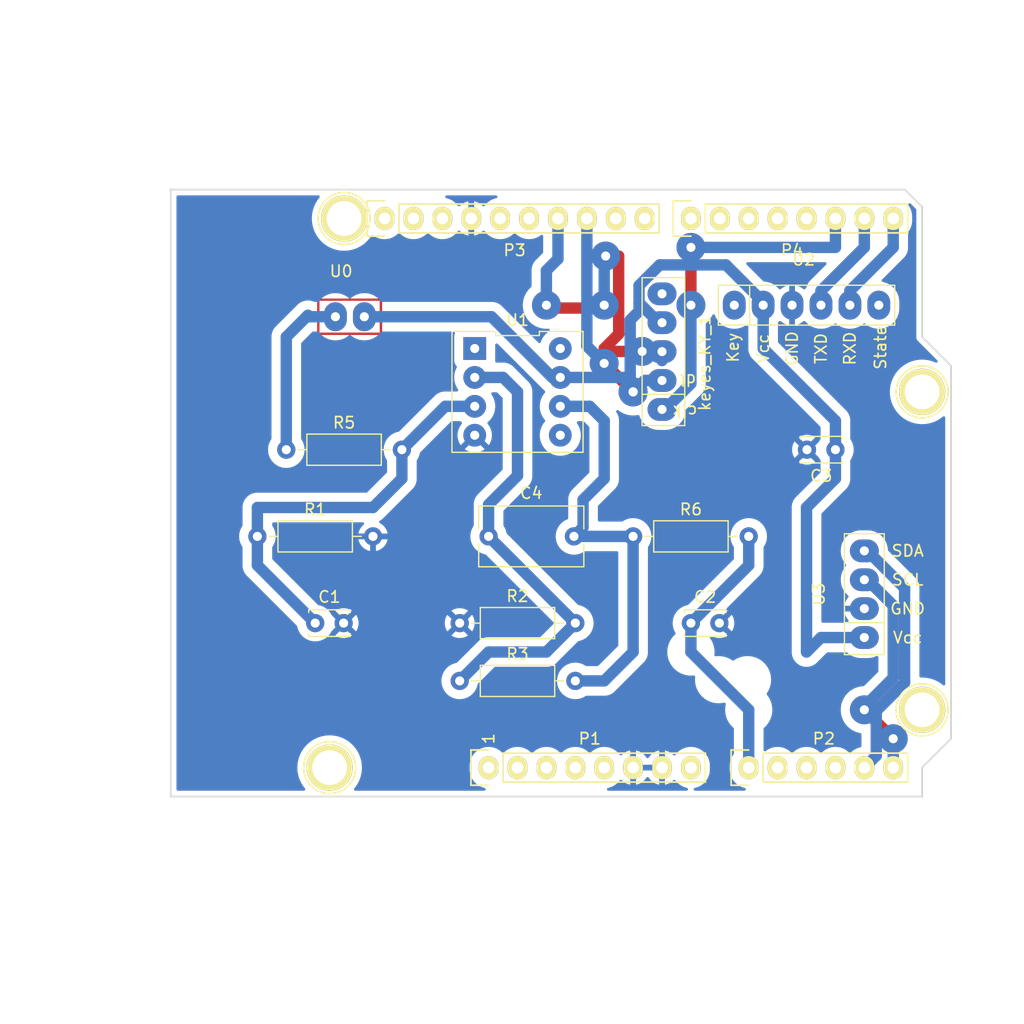
<source format=kicad_pcb>
(kicad_pcb (version 20211014) (generator pcbnew)
  (title_block (date "lun. 30 mars 2015"))
  (layers (0 "F.Cu" signal) (31 "B.Cu" signal) (34 "B.Paste" user) (35 "F.Paste" user) (36 "B.SilkS" user "B.Silkscreen") (37 "F.SilkS" user "F.Silkscreen") (38 "B.Mask" user) (39 "F.Mask" user) (44 "Edge.Cuts" user))
  (net 0 "")
  (net 1 "/IOREF")
  (net 2 "/Reset")
  (net 3 "+5V")
  (net 4 "GND")
  (net 5 "/Vin")
  (net 6 "IN+")
  (net 7 "/A1")
  (net 8 "/A2")
  (net 9 "/A3")
  (net 10 "/AREF")
  (net 11 "/A4(SDA)")
  (net 12 "/A5(SCL)")
  (net 13 "/9(**)")
  (net 14 "/8")
  (net 15 "/6(**)")
  (net 16 "/5(**)")
  (net 17 "/4")
  (net 18 "/3(**)")
  (net 19 "IN-")
  (net 20 "CLK")
  (net 21 "DT")
  (net 22 "SW")
  (net 25 "/13(SCK)")
  (net 28 "+3V3")
  (net 29 "/12(MISO)")
  (net 34 "SDA")
  (net 35 "ADC")
  (net 36 "SCL")
  (net 37 "/6")
  (net 38 "/7")
  (net 39 "TXD")
  (net 40 "RXD")
  (net 41 "capteur")
  (footprint "Socket_Arduino_Uno:Socket_Strip_Arduino_1x08" (layer "F.Cu") (at 138.938 123.825)
    (fp_text reference "P1" (at 8.89 -2.54) (layer "F.SilkS"))
    (fp_text value "Power")
    (fp_line (start 19.05 1.27) (end 19.05 -1.27) (layer "F.SilkS") (width 0.15))
    (fp_line (start 1.27 1.27) (end 19.05 1.27) (layer "F.SilkS") (width 0.15))
    (fp_line (start 19.05 -1.27) (end 1.27 -1.27) (layer "F.SilkS") (width 0.15))
    (fp_line (start 0 -1.55) (end -1.55 -1.55) (layer "F.SilkS") (width 0.15))
    (fp_line (start -1.55 -1.55) (end -1.55 1.55) (layer "F.SilkS") (width 0.15))
    (fp_line (start -1.55 1.55) (end 0 1.55) (layer "F.SilkS") (width 0.15))
    (fp_line (start 1.27 1.27) (end 1.27 -1.27) (layer "F.SilkS") (width 0.15))
    (pad "1" thru_hole oval locked (at 0 0) (size 1.7272 2.032) (drill 1.016) (layers *.Cu *.Mask "F.SilkS"))
    (pad "2" thru_hole oval locked (at 2.54 0) (size 1.7272 2.032) (drill 1.016) (layers *.Cu *.Mask "F.SilkS") (net 1 "/IOREF"))
    (pad "3" thru_hole oval locked (at 5.08 0) (size 1.7272 2.032) (drill 1.016) (layers *.Cu *.Mask "F.SilkS") (net 2 "/Reset"))
    (pad "4" thru_hole oval locked (at 7.62 0) (size 1.7272 2.032) (drill 1.016) (layers *.Cu *.Mask "F.SilkS") (net 28 "+3V3"))
    (pad "5" thru_hole oval locked (at 10.16 0) (size 1.7272 2.032) (drill 1.016) (layers *.Cu *.Mask "F.SilkS") (net 3 "+5V"))
    (pad "6" thru_hole oval locked (at 12.7 0) (size 1.7272 2.032) (drill 1.016) (layers *.Cu *.Mask "F.SilkS") (net 4 "GND"))
    (pad "7" thru_hole oval locked (at 15.24 0) (size 1.7272 2.032) (drill 1.016) (layers *.Cu *.Mask "F.SilkS") (net 4 "GND"))
    (pad "8" thru_hole oval locked (at 17.78 0) (size 1.7272 2.032) (drill 1.016) (layers *.Cu *.Mask "F.SilkS") (net 5 "/Vin"))
  )
  (footprint "Socket_Arduino_Uno:Socket_Strip_Arduino_1x06" (layer "F.Cu") (at 161.798 123.825)
    (fp_text reference "P2" (at 6.604 -2.54) (layer "F.SilkS"))
    (fp_text value "Analog")
    (fp_line (start 1.27 1.27) (end 1.27 -1.27) (layer "F.SilkS") (width 0.15))
    (fp_line (start 0 -1.55) (end -1.55 -1.55) (layer "F.SilkS") (width 0.15))
    (fp_line (start 13.97 -1.27) (end 1.27 -1.27) (layer "F.SilkS") (width 0.15))
    (fp_line (start 1.27 1.27) (end 13.97 1.27) (layer "F.SilkS") (width 0.15))
    (fp_line (start 13.97 1.27) (end 13.97 -1.27) (layer "F.SilkS") (width 0.15))
    (fp_line (start -1.55 -1.55) (end -1.55 1.55) (layer "F.SilkS") (width 0.15))
    (fp_line (start -1.55 1.55) (end 0 1.55) (layer "F.SilkS") (width 0.15))
    (pad "1" thru_hole oval locked (at 0 0) (size 1.7272 2.032) (drill 1.016) (layers *.Cu *.Mask "F.SilkS") (net 35 "ADC"))
    (pad "2" thru_hole oval locked (at 2.54 0) (size 1.7272 2.032) (drill 1.016) (layers *.Cu *.Mask "F.SilkS") (net 7 "/A1"))
    (pad "3" thru_hole oval locked (at 5.08 0) (size 1.7272 2.032) (drill 1.016) (layers *.Cu *.Mask "F.SilkS") (net 8 "/A2"))
    (pad "4" thru_hole oval locked (at 7.62 0) (size 1.7272 2.032) (drill 1.016) (layers *.Cu *.Mask "F.SilkS") (net 9 "/A3"))
    (pad "5" thru_hole oval locked (at 10.16 0) (size 1.7272 2.032) (drill 1.016) (layers *.Cu *.Mask "F.SilkS") (net 34 "SDA"))
    (pad "6" thru_hole oval locked (at 12.7 0) (size 1.7272 2.032) (drill 1.016) (layers *.Cu *.Mask "F.SilkS") (net 36 "SCL"))
  )
  (footprint "Socket_Arduino_Uno:Socket_Strip_Arduino_1x10" (layer "F.Cu") (at 129.794 75.565)
    (fp_text reference "P3" (at 11.43 2.794) (layer "F.SilkS"))
    (fp_text value "Digital")
    (fp_line (start -1.55 -1.55) (end -1.55 1.55) (layer "F.SilkS") (width 0.15))
    (fp_line (start 1.27 1.27) (end 24.13 1.27) (layer "F.SilkS") (width 0.15))
    (fp_line (start 24.13 1.27) (end 24.13 -1.27) (layer "F.SilkS") (width 0.15))
    (fp_line (start 24.13 -1.27) (end 1.27 -1.27) (layer "F.SilkS") (width 0.15))
    (fp_line (start 0 -1.55) (end -1.55 -1.55) (layer "F.SilkS") (width 0.15))
    (fp_line (start -1.55 1.55) (end 0 1.55) (layer "F.SilkS") (width 0.15))
    (fp_line (start 1.27 1.27) (end 1.27 -1.27) (layer "F.SilkS") (width 0.15))
    (pad "1" thru_hole oval locked (at 0 0) (size 1.7272 2.032) (drill 1.016) (layers *.Cu *.Mask "F.SilkS") (net 12 "/A5(SCL)"))
    (pad "2" thru_hole oval locked (at 2.54 0) (size 1.7272 2.032) (drill 1.016) (layers *.Cu *.Mask "F.SilkS") (net 11 "/A4(SDA)"))
    (pad "3" thru_hole oval locked (at 5.08 0) (size 1.7272 2.032) (drill 1.016) (layers *.Cu *.Mask "F.SilkS") (net 10 "/AREF"))
    (pad "4" thru_hole oval locked (at 7.62 0) (size 1.7272 2.032) (drill 1.016) (layers *.Cu *.Mask "F.SilkS") (net 4 "GND"))
    (pad "5" thru_hole oval locked (at 10.16 0) (size 1.7272 2.032) (drill 1.016) (layers *.Cu *.Mask "F.SilkS") (net 25 "/13(SCK)"))
    (pad "6" thru_hole oval locked (at 12.7 0) (size 1.7272 2.032) (drill 1.016) (layers *.Cu *.Mask "F.SilkS") (net 29 "/12(MISO)"))
    (pad "7" thru_hole oval locked (at 15.24 0) (size 1.7272 2.032) (drill 1.016) (layers *.Cu *.Mask "F.SilkS") (net 22 "SW"))
    (pad "8" thru_hole oval locked (at 17.78 0) (size 1.7272 2.032) (drill 1.016) (layers *.Cu *.Mask "F.SilkS") (net 21 "DT"))
    (pad "9" thru_hole oval locked (at 20.32 0) (size 1.7272 2.032) (drill 1.016) (layers *.Cu *.Mask "F.SilkS") (net 13 "/9(**)"))
    (pad "10" thru_hole oval locked (at 22.86 0) (size 1.7272 2.032) (drill 1.016) (layers *.Cu *.Mask "F.SilkS") (net 14 "/8"))
  )
  (footprint "Socket_Arduino_Uno:Socket_Strip_Arduino_1x08" (layer "F.Cu") (at 156.718 75.565)
    (fp_text reference "P4" (at 8.89 2.794) (layer "F.SilkS"))
    (fp_text value "Digital")
    (fp_line (start 19.05 -1.27) (end 1.27 -1.27) (layer "F.SilkS") (width 0.15))
    (fp_line (start -1.55 1.55) (end 0 1.55) (layer "F.SilkS") (width 0.15))
    (fp_line (start 1.27 1.27) (end 19.05 1.27) (layer "F.SilkS") (width 0.15))
    (fp_line (start 1.27 1.27) (end 1.27 -1.27) (layer "F.SilkS") (width 0.15))
    (fp_line (start 0 -1.55) (end -1.55 -1.55) (layer "F.SilkS") (width 0.15))
    (fp_line (start 19.05 1.27) (end 19.05 -1.27) (layer "F.SilkS") (width 0.15))
    (fp_line (start -1.55 -1.55) (end -1.55 1.55) (layer "F.SilkS") (width 0.15))
    (pad "1" thru_hole oval locked (at 0 0) (size 1.7272 2.032) (drill 1.016) (layers *.Cu *.Mask "F.SilkS") (net 38 "/7"))
    (pad "2" thru_hole oval locked (at 2.54 0) (size 1.7272 2.032) (drill 1.016) (layers *.Cu *.Mask "F.SilkS") (net 15 "/6(**)"))
    (pad "3" thru_hole oval locked (at 5.08 0) (size 1.7272 2.032) (drill 1.016) (layers *.Cu *.Mask "F.SilkS") (net 16 "/5(**)"))
    (pad "4" thru_hole oval locked (at 7.62 0) (size 1.7272 2.032) (drill 1.016) (layers *.Cu *.Mask "F.SilkS") (net 17 "/4"))
    (pad "5" thru_hole oval locked (at 10.16 0) (size 1.7272 2.032) (drill 1.016) (layers *.Cu *.Mask "F.SilkS") (net 18 "/3(**)"))
    (pad "6" thru_hole oval locked (at 12.7 0) (size 1.7272 2.032) (drill 1.016) (layers *.Cu *.Mask "F.SilkS") (net 20 "CLK"))
    (pad "7" thru_hole oval locked (at 15.24 0) (size 1.7272 2.032) (drill 1.016) (layers *.Cu *.Mask "F.SilkS") (net 39 "TXD"))
    (pad "8" thru_hole oval locked (at 17.78 0) (size 1.7272 2.032) (drill 1.016) (layers *.Cu *.Mask "F.SilkS") (net 40 "RXD"))
  )
  (footprint "Socket_Arduino_Uno:Arduino_1pin" (layer "F.Cu") (at 124.968 123.825)
    (fp_text reference "P5" hide)
    (fp_text value "CONN_01X01" hide)
    (fp_circle (center 0 0) (end 0 -2.286) (layer "F.SilkS") (width 0.15) (fill none))
    (pad "1" thru_hole circle locked (at 0 0) (size 4.064 4.064) (drill 3.048) (layers *.Cu *.Mask "F.SilkS"))
  )
  (footprint "Socket_Arduino_Uno:Arduino_1pin" (layer "F.Cu") (at 177.038 118.745)
    (fp_text reference "P6" hide)
    (fp_text value "CONN_01X01" hide)
    (fp_circle (center 0 0) (end 0 -2.286) (layer "F.SilkS") (width 0.15) (fill none))
    (pad "1" thru_hole circle locked (at 0 0) (size 4.064 4.064) (drill 3.048) (layers *.Cu *.Mask "F.SilkS"))
  )
  (footprint "Socket_Arduino_Uno:Arduino_1pin" (layer "F.Cu") (at 126.238 75.565)
    (fp_text reference "P7" hide)
    (fp_text value "CONN_01X01" hide)
    (fp_circle (center 0 0) (end 0 -2.286) (layer "F.SilkS") (width 0.15) (fill none))
    (pad "1" thru_hole circle locked (at 0 0) (size 4.064 4.064) (drill 3.048) (layers *.Cu *.Mask "F.SilkS"))
  )
  (footprint "Socket_Arduino_Uno:Arduino_1pin" (layer "F.Cu") (at 177.038 90.805)
    (fp_text reference "P8" hide)
    (fp_text value "CONN_01X01" hide)
    (fp_circle (center 0 0) (end 0 -2.286) (layer "F.SilkS") (width 0.15) (fill none))
    (pad "1" thru_hole circle locked (at 0 0) (size 4.064 4.064) (drill 3.048) (layers *.Cu *.Mask "F.SilkS"))
  )
  (footprint "Librarie_composant:Module bluetooth" (layer "F.Cu") (at 166.878 83.185)
    (fp_text reference "U2" (at -0.25 -4) (layer "F.SilkS"))
    (fp_text value "Module_bluetooth")
    (fp_text user "RXD" (at 3.81 3.81 90) (layer "F.SilkS"))
    (fp_text user "Vcc" (at -3.81 3.81 90) (layer "F.SilkS"))
    (fp_text user "State" (at 6.5 3.726263 90) (layer "F.SilkS"))
    (fp_text user "TXD" (at 1.27 3.81 90) (layer "F.SilkS"))
    (fp_text user "Key" (at -6.465636 3.726263 90) (layer "F.SilkS"))
    (fp_text user "GND" (at -1.27 3.81 90) (layer "F.SilkS"))
    (fp_line (start 5.31 -1.75) (end 7.75 -1.75) (layer "F.SilkS") (width 0.12))
    (fp_line (start -7.75 -1.75) (end -5.31 -1.75) (layer "F.SilkS") (width 0.12))
    (fp_line (start -7.75 1.25) (end -7.75 1.75) (layer "F.SilkS") (width 0.12))
    (fp_line (start -7.75 1.75) (end -5.31 1.75) (layer "F.SilkS") (width 0.12))
    (fp_line (start 7.75 -1.75) (end 7.75 1.25) (layer "F.SilkS") (width 0.12))
    (fp_line (start -5 -1.75) (end -5 1.75) (layer "F.SilkS") (width 0.12))
    (fp_line (start -5.31 -1.75) (end 5.31 -1.75) (layer "F.SilkS") (width 0.12))
    (fp_line (start -7.75 1.25) (end -7.75 -1.75) (layer "F.SilkS") (width 0.12))
    (fp_line (start 5.31 1.75) (end -5.31 1.75) (layer "F.SilkS") (width 0.12))
    (fp_line (start 7.75 1.75) (end 5.31 1.75) (layer "F.SilkS") (width 0.12))
    (fp_line (start 7.75 1.25) (end 7.75 1.75) (layer "F.SilkS") (width 0.12))
    (pad "1" thru_hole oval (at -6.35 0) (size 2 2.54) (drill 0.8) (layers *.Cu *.Mask))
    (pad "2" thru_hole oval (at -3.81 0) (size 2 2.54) (drill 0.8) (layers *.Cu *.Mask) (net 3 "+5V"))
    (pad "3" thru_hole oval (at -1.27 0) (size 2 2.54) (drill 0.8) (layers *.Cu *.Mask) (net 4 "GND"))
    (pad "4" thru_hole oval (at 1.27 0) (size 2 2.54) (drill 0.8) (layers *.Cu *.Mask) (net 39 "TXD"))
    (pad "5" thru_hole oval (at 3.81 0) (size 2 2.54) (drill 0.8) (layers *.Cu *.Mask) (net 40 "RXD"))
    (pad "6" thru_hole oval (at 6.35 0) (size 2 2.54) (drill 0.8) (layers *.Cu *.Mask))
  )
  (footprint "Resistor_THT:R_Axial_DIN0207_L6.3mm_D2.5mm_P10.16mm_Horizontal" (layer "F.Cu") (at 118.618 103.505)
    (fp_text reference "R1" (at 5.08 -2.37) (layer "F.SilkS"))
    (fp_text value "100k")
    (fp_line (start 8.35 1.37) (end 8.35 -1.37) (layer "F.SilkS") (width 0.12))
    (fp_line (start 1.04 0) (end 1.81 0) (layer "F.SilkS") (width 0.12))
    (fp_line (start 8.35 -1.37) (end 1.81 -1.37) (layer "F.SilkS") (width 0.12))
    (fp_line (start 1.81 1.37) (end 8.35 1.37) (layer "F.SilkS") (width 0.12))
    (fp_line (start 1.81 -1.37) (end 1.81 1.37) (layer "F.SilkS") (width 0.12))
    (fp_line (start 9.12 0) (end 8.35 0) (layer "F.SilkS") (width 0.12))
    (pad "1" thru_hole circle (at 0 0) (size 1.6 1.6) (drill 0.8) (layers *.Cu *.Mask) (net 6 "IN+"))
    (pad "2" thru_hole oval (at 10.16 0) (size 1.6 1.6) (drill 0.8) (layers *.Cu *.Mask) (net 4 "GND"))
  )
  (footprint "Resistor_THT:R_Axial_DIN0207_L6.3mm_D2.5mm_P10.16mm_Horizontal" (layer "F.Cu") (at 121.158 95.885)
    (fp_text reference "R5" (at 5.08 -2.37) (layer "F.SilkS"))
    (fp_text value "10k")
    (fp_line (start 1.81 1.37) (end 8.35 1.37) (layer "F.SilkS") (width 0.12))
    (fp_line (start 8.35 1.37) (end 8.35 -1.37) (layer "F.SilkS") (width 0.12))
    (fp_line (start 1.04 0) (end 1.81 0) (layer "F.SilkS") (width 0.12))
    (fp_line (start 9.12 0) (end 8.35 0) (layer "F.SilkS") (width 0.12))
    (fp_line (start 8.35 -1.37) (end 1.81 -1.37) (layer "F.SilkS") (width 0.12))
    (fp_line (start 1.81 -1.37) (end 1.81 1.37) (layer "F.SilkS") (width 0.12))
    (pad "1" thru_hole circle (at 0 0) (size 1.6 1.6) (drill 0.8) (layers *.Cu *.Mask) (net 41 "capteur"))
    (pad "2" thru_hole oval (at 10.16 0) (size 1.6 1.6) (drill 0.8) (layers *.Cu *.Mask) (net 6 "IN+"))
  )
  (footprint "Resistor_THT:R_Axial_DIN0207_L6.3mm_D2.5mm_P10.16mm_Horizontal" (layer "F.Cu") (at 151.638 103.505)
    (fp_text reference "R6" (at 5.08 -2.37) (layer "F.SilkS"))
    (fp_text value "1k")
    (fp_line (start 8.35 -1.37) (end 1.81 -1.37) (layer "F.SilkS") (width 0.12))
    (fp_line (start 1.04 0) (end 1.81 0) (layer "F.SilkS") (width 0.12))
    (fp_line (start 1.81 -1.37) (end 1.81 1.37) (layer "F.SilkS") (width 0.12))
    (fp_line (start 8.35 1.37) (end 8.35 -1.37) (layer "F.SilkS") (width 0.12))
    (fp_line (start 9.12 0) (end 8.35 0) (layer "F.SilkS") (width 0.12))
    (fp_line (start 1.81 1.37) (end 8.35 1.37) (layer "F.SilkS") (width 0.12))
    (pad "1" thru_hole circle (at 0 0) (size 1.6 1.6) (drill 0.8) (layers *.Cu *.Mask) (net 37 "/6"))
    (pad "2" thru_hole oval (at 10.16 0) (size 1.6 1.6) (drill 0.8) (layers *.Cu *.Mask) (net 35 "ADC"))
  )
  (footprint "Capacitor_THT:C_Disc_D3.4mm_W2.1mm_P2.50mm" (layer "F.Cu") (at 123.698 111.125)
    (fp_text reference "C1" (at 1.25 -2.3) (layer "F.SilkS"))
    (fp_text value "100n")
    (fp_line (start -0.57 -1.17) (end -0.57 -0.925) (layer "F.SilkS") (width 0.12))
    (fp_line (start -0.57 0.925) (end -0.57 1.17) (layer "F.SilkS") (width 0.12))
    (fp_line (start 3.07 0.925) (end 3.07 1.17) (layer "F.SilkS") (width 0.12))
    (fp_line (start -0.57 -1.17) (end 3.07 -1.17) (layer "F.SilkS") (width 0.12))
    (fp_line (start 3.07 -1.17) (end 3.07 -0.925) (layer "F.SilkS") (width 0.12))
    (fp_line (start -0.57 1.17) (end 3.07 1.17) (layer "F.SilkS") (width 0.12))
    (pad "1" thru_hole circle (at 0 0) (size 1.6 1.6) (drill 0.8) (layers *.Cu *.Mask) (net 6 "IN+"))
    (pad "2" thru_hole circle (at 2.5 0) (size 1.6 1.6) (drill 0.8) (layers *.Cu *.Mask) (net 4 "GND"))
  )
  (footprint "Capacitor_THT:C_Disc_D3.4mm_W2.1mm_P2.50mm" (layer "F.Cu") (at 156.718 111.125)
    (fp_text reference "C2" (at 1.25 -2.3) (layer "F.SilkS"))
    (fp_text value "100n")
    (fp_line (start -0.57 1.17) (end 3.07 1.17) (layer "F.SilkS") (width 0.12))
    (fp_line (start -0.57 -1.17) (end 3.07 -1.17) (layer "F.SilkS") (width 0.12))
    (fp_line (start 3.07 0.925) (end 3.07 1.17) (layer "F.SilkS") (width 0.12))
    (fp_line (start -0.57 -1.17) (end -0.57 -0.925) (layer "F.SilkS") (width 0.12))
    (fp_line (start -0.57 0.925) (end -0.57 1.17) (layer "F.SilkS") (width 0.12))
    (fp_line (start 3.07 -1.17) (end 3.07 -0.925) (layer "F.SilkS") (width 0.12))
    (pad "1" thru_hole circle (at 0 0) (size 1.6 1.6) (drill 0.8) (layers *.Cu *.Mask) (net 35 "ADC"))
    (pad "2" thru_hole circle (at 2.5 0) (size 1.6 1.6) (drill 0.8) (layers *.Cu *.Mask) (net 4 "GND"))
  )
  (footprint "Librarie_composant:Encodeur_rotatoire" (layer "F.Cu") (at 154.178 88.265 90)
    (fp_text reference "keyes_KY_1" (at 0 3.75 90) (layer "F.SilkS"))
    (fp_text value "Encodeur_rotatoire")
    (fp_text user "dt" (at -1.5 2.25 180 unlocked) (layer "F.SilkS"))
    (fp_text user "clk" (at -4.25 2 180 unlocked) (layer "F.SilkS"))
    (fp_line (start -2.75 -1.75) (end -2.75 2) (layer "F.SilkS") (width 0.12))
    (fp_line (start -5.5 1.5) (end -5.5 2) (layer "F.SilkS") (width 0.12))
    (fp_line (start 7.5 2) (end 7.18 2) (layer "F.SilkS") (width 0.12))
    (fp_line (start 7.18 -1.75) (end 7.5 -1.75) (layer "F.SilkS") (width 0.12))
    (fp_line (start 7.5 1.5) (end 7.5 2) (layer "F.SilkS") (width 0.12))
    (fp_line (start 7.18 2) (end -5.18 2) (layer "F.SilkS") (width 0.12))
    (fp_line (start -5.18 -1.75) (end 7.18 -1.75) (layer "F.SilkS") (width 0.12))
    (fp_line (start -5.5 2) (end -5.18 2) (layer "F.SilkS") (width 0.12))
    (fp_line (start -5.5 1.5) (end -5.5 -1.5) (layer "F.SilkS") (width 0.12))
    (fp_line (start -5.5 -1.75) (end -5.18 -1.75) (layer "F.SilkS") (width 0.12))
    (fp_line (start 7.5 -1.5) (end 7.5 1.5) (layer "F.SilkS") (width 0.12))
    (fp_line (start -5.5 -1.5) (end -5.5 -1.75) (layer "F.SilkS") (width 0.12))
    (fp_line (start 7.5 -1.75) (end 7.5 -1.5) (layer "F.SilkS") (width 0.12))
    (pad "1" thru_hole oval (at -4.08 0 90) (size 2 2.54) (drill 0.8) (layers *.Cu *.Mask) (net 20 "CLK"))
    (pad "2" thru_hole oval (at -1.54 0 90) (size 2 2.54) (drill 0.8) (layers *.Cu *.Mask) (net 21 "DT"))
    (pad "3" thru_hole oval (at 1 0 90) (size 2 2.54) (drill 0.8) (layers *.Cu *.Mask "Eco1.User") (net 22 "SW"))
    (pad "4" thru_hole oval (at 3.54 0 90) (size 2 2.54) (drill 0.8) (layers *.Cu *.Mask) (net 3 "+5V"))
    (pad "5" thru_hole oval (at 6.08 0 90) (size 2 2.54) (drill 0.8) (layers *.Cu *.Mask))
  )
  (footprint "Librarie_composant:OLED" (layer "F.Cu") (at 171.958 108.585 90)
    (fp_text reference "U3" (at 0 -4 90) (layer "F.SilkS"))
    (fp_text value "OLED")
    (fp_text user "SCL" (at 1.27 3.81) (layer "F.SilkS"))
    (fp_text user "Vcc" (at -3.81 3.81) (layer "F.SilkS"))
    (fp_text user "GND" (at -1.27 3.81) (layer "F.SilkS"))
    (fp_text user "SDA" (at 3.81 3.81) (layer "F.SilkS"))
    (fp_line (start 5.31 -1.75) (end 5.31 -1.5) (layer "F.SilkS") (width 0.12))
    (fp_line (start 5.31 1.75) (end -5.31 1.75) (layer "F.SilkS") (width 0.12))
    (fp_line (start -5.31 1.5) (end -5.31 -1.5) (layer "F.SilkS") (width 0.12))
    (fp_line (start 5.31 -1.5) (end 5.31 1.5) (layer "F.SilkS") (width 0.12))
    (fp_line (start -5.31 -1.75) (end -5.31 -1.5) (layer "F.SilkS") (width 0.12))
    (fp_line (start -5.31 1.5) (end -5.31 1.75) (layer "F.SilkS") (width 0.12))
    (fp_line (start -5.31 -1.75) (end 5.31 -1.75) (layer "F.SilkS") (width 0.12))
    (fp_line (start -2.5 -1.75) (end -2.5 1.75) (layer "F.SilkS") (width 0.12))
    (fp_line (start 5.31 1.5) (end 5.31 1.75) (layer "F.SilkS") (width 0.12))
    (pad "1" thru_hole oval (at -3.81 0 90) (size 2 2.54) (drill 0.8) (layers *.Cu *.Mask) (net 3 "+5V"))
    (pad "2" thru_hole oval (at -1.27 0 90) (size 2 2.54) (drill 0.8) (layers *.Cu *.Mask) (net 4 "GND"))
    (pad "3" thru_hole oval (at 1.27 0 90) (size 2 2.54) (drill 0.8) (layers *.Cu *.Mask) (net 36 "SCL"))
    (pad "4" thru_hole oval (at 3.81 0 90) (size 2 2.54) (drill 0.8) (layers *.Cu *.Mask) (net 34 "SDA"))
  )
  (footprint "Capacitor_THT:C_Rect_L9.0mm_W5.1mm_P7.50mm_MKT" (layer "F.Cu") (at 138.938 103.505)
    (fp_text reference "C4" (at 3.75 -3.8) (layer "F.SilkS"))
    (fp_text value "1u")
    (fp_line (start -0.87 -2.67) (end -0.87 -0.665) (layer "F.SilkS") (width 0.12))
    (fp_line (start -0.87 -2.67) (end 8.37 -2.67) (layer "F.SilkS") (width 0.12))
    (fp_line (start 8.37 -2.67) (end 8.37 -0.665) (layer "F.SilkS") (width 0.12))
    (fp_line (start 8.37 0.665) (end 8.37 2.67) (layer "F.SilkS") (width 0.12))
    (fp_line (start -0.87 0.665) (end -0.87 2.67) (layer "F.SilkS") (width 0.12))
    (fp_line (start -0.87 2.67) (end 8.37 2.67) (layer "F.SilkS") (width 0.12))
    (pad "1" thru_hole circle (at 0 0) (size 1.6 1.6) (drill 0.8) (layers *.Cu *.Mask) (net 19 "IN-"))
    (pad "2" thru_hole circle (at 7.5 0) (size 1.6 1.6) (drill 0.8) (layers *.Cu *.Mask) (net 37 "/6"))
  )
  (footprint "Librarie_composant:Capteur_graphite" (layer "F.Cu") (at 126.476 84.201)
    (fp_text reference "U0" (at -0.5 -4 unlocked) (layer "F.SilkS"))
    (fp_text value "Capteur_graphite")
    (fp_line (start -2.5 -1.25) (end -2.5 1.25) (layer "F.Cu") (width 0.2))
    (fp_line (start 2.75 -1.5) (end -2.25 -1.5) (layer "F.Cu") (width 0.2))
    (fp_line (start -2.5 1.5) (end -2.5 -1.5) (layer "F.Cu") (width 0.2))
    (fp_line (start 2.75 -1.5) (end 3 -1.5) (layer "F.Cu") (width 0.2))
    (fp_line (start -2.25 1.5) (end 2.75 1.5) (layer "F.Cu") (width 0.2))
    (fp_line (start 3 -1.5) (end 3 -1.25) (layer "F.Cu") (width 0.2))
    (fp_line (start 3 1.5) (end 2.75 1.5) (layer "F.Cu") (width 0.2))
    (fp_line (start 3 1.25) (end 3 -1.25) (layer "F.Cu") (width 0.2))
    (fp_line (start 2.75 1.5) (end -2.5 1.5) (layer "F.Cu") (width 0.2))
    (fp_line (start -2.5 -1.5) (end -2.25 -1.5) (layer "F.Cu") (width 0.2))
    (fp_line (start 3 -1.25) (end 3 1.5) (layer "F.Cu") (width 0.2))
    (pad "1" thru_hole oval (at -1 0) (size 2 2.54) (drill 0.8) (layers *.Cu *.Mask) (net 41 "capteur"))
    (pad "2" thru_hole oval (at 1.54 0) (size 2 2.54) (drill 0.8) (layers *.Cu *.Mask) (net 3 "+5V"))
  )
  (footprint "Capacitor_THT:C_Disc_D3.4mm_W2.1mm_P2.50mm" (layer "F.Cu") (at 169.418 95.885 180)
    (fp_text reference "C3" (at 1.25 -2.3 180) (layer "F.SilkS"))
    (fp_text value "100n")
    (fp_line (start -0.57 -1.17) (end -0.57 -0.925) (layer "F.SilkS") (width 0.12))
    (fp_line (start -0.57 -1.17) (end 3.07 -1.17) (layer "F.SilkS") (width 0.12))
    (fp_line (start 3.07 -1.17) (end 3.07 -0.925) (layer "F.SilkS") (width 0.12))
    (fp_line (start -0.57 1.17) (end 3.07 1.17) (layer "F.SilkS") (width 0.12))
    (fp_line (start 3.07 0.925) (end 3.07 1.17) (layer "F.SilkS") (width 0.12))
    (fp_line (start -0.57 0.925) (end -0.57 1.17) (layer "F.SilkS") (width 0.12))
    (pad "1" thru_hole circle (at 0 0 180) (size 1.6 1.6) (drill 0.8) (layers *.Cu *.Mask) (net 3 "+5V"))
    (pad "2" thru_hole circle (at 2.5 0 180) (size 1.6 1.6) (drill 0.8) (layers *.Cu *.Mask) (net 4 "GND"))
  )
  (footprint "Resistor_THT:R_Axial_DIN0207_L6.3mm_D2.5mm_P10.16mm_Horizontal" (layer "F.Cu") (at 136.398 116.205)
    (fp_text reference "R3" (at 5.08 -2.37) (layer "F.SilkS"))
    (fp_text value "100k")
    (fp_line (start 9.12 0) (end 8.35 0) (layer "F.SilkS") (width 0.12))
    (fp_line (start 1.81 -1.37) (end 1.81 1.37) (layer "F.SilkS") (width 0.12))
    (fp_line (start 8.35 -1.37) (end 1.81 -1.37) (layer "F.SilkS") (width 0.12))
    (fp_line (start 1.81 1.37) (end 8.35 1.37) (layer "F.SilkS") (width 0.12))
    (fp_line (start 8.35 1.37) (end 8.35 -1.37) (layer "F.SilkS") (width 0.12))
    (fp_line (start 1.04 0) (end 1.81 0) (layer "F.SilkS") (width 0.12))
    (pad "1" thru_hole circle (at 0 0) (size 1.6 1.6) (drill 0.8) (layers *.Cu *.Mask) (net 19 "IN-"))
    (pad "2" thru_hole oval (at 10.16 0) (size 1.6 1.6) (drill 0.8) (layers *.Cu *.Mask) (net 37 "/6"))
  )
  (footprint "Resistor_THT:R_Axial_DIN0207_L6.3mm_D2.5mm_P10.16mm_Horizontal" (layer "F.Cu") (at 136.398 111.125)
    (fp_text reference "R2" (at 5.08 -2.37) (layer "F.SilkS"))
    (fp_text value "1k")
    (fp_line (start 1.04 0) (end 1.81 0) (layer "F.SilkS") (width 0.12))
    (fp_line (start 1.81 -1.37) (end 1.81 1.37) (layer "F.SilkS") (width 0.12))
    (fp_line (start 9.12 0) (end 8.35 0) (layer "F.SilkS") (width 0.12))
    (fp_line (start 1.81 1.37) (end 8.35 1.37) (layer "F.SilkS") (width 0.12))
    (fp_line (start 8.35 1.37) (end 8.35 -1.37) (layer "F.SilkS") (width 0.12))
    (fp_line (start 8.35 -1.37) (end 1.81 -1.37) (layer "F.SilkS") (width 0.12))
    (pad "1" thru_hole circle (at 0 0) (size 1.6 1.6) (drill 0.8) (layers *.Cu *.Mask) (net 4 "GND"))
    (pad "2" thru_hole oval (at 10.16 0) (size 1.6 1.6) (drill 0.8) (layers *.Cu *.Mask) (net 19 "IN-"))
  )
  (footprint "Librarie_composant:DIP-8_296_ELL" (layer "F.Cu") (at 141.478 90.805 -90)
    (fp_text reference "U1" (at -6.31 0) (layer "F.SilkS"))
    (fp_text value "LT1050")
    (fp_line (start 5.31 -5.76) (end -5.31 -5.76) (layer "F.SilkS") (width 0.12))
    (fp_line (start -5.31 1.919999) (end -5.31 5.76) (layer "F.SilkS") (width 0.12))
    (fp_line (start -4.95 -1.92) (end -4.95 1.919999) (layer "F.SilkS") (width 0.12))
    (fp_line (start 5.31 5.76) (end 5.31 -5.76) (layer "F.SilkS") (width 0.12))
    (fp_line (start -4.95 1.919999) (end -5.31 1.919999) (layer "F.SilkS") (width 0.12))
    (fp_line (start -5.31 -5.76) (end -5.31 -1.92) (layer "F.SilkS") (width 0.12))
    (fp_line (start -5.31 5.76) (end 5.31 5.76) (layer "F.SilkS") (width 0.12))
    (fp_line (start -5.31 -1.92) (end -4.95 -1.92) (layer "F.SilkS") (width 0.12))
    (pad "1" thru_hole rect (at -3.81 3.76 270) (size 2 2) (drill 0.8) (layers *.Cu *.Mask))
    (pad "2" thru_hole circle (at -1.27 3.76 270) (size 2 2) (drill 0.8) (layers *.Cu *.Mask) (net 19 "IN-"))
    (pad "3" thru_hole circle (at 1.27 3.76 270) (size 2 2) (drill 0.8) (layers *.Cu *.Mask) (net 6 "IN+"))
    (pad "4" thru_hole circle (at 3.81 3.76 270) (size 2 2) (drill 0.8) (layers *.Cu *.Mask) (net 4 "GND"))
    (pad "5" thru_hole circle (at 3.81 -3.76 270) (size 2 2) (drill 0.8) (layers *.Cu *.Mask))
    (pad "6" thru_hole circle (at 1.27 -3.76 270) (size 2 2) (drill 0.8) (layers *.Cu *.Mask) (net 37 "/6"))
    (pad "7" thru_hole circle (at -1.27 -3.76 270) (size 2 2) (drill 0.8) (layers *.Cu *.Mask) (net 3 "+5V"))
    (pad "8" thru_hole circle (at -3.81 -3.76 270) (size 2 2) (drill 0.8) (layers *.Cu *.Mask))
  )
  (gr_line (start 179.578 88.519) (end 177.038 85.979) (layer "Edge.Cuts") (width 0.15))
  (gr_line (start 177.038 126.365) (end 177.038 123.825) (layer "Edge.Cuts") (width 0.15))
  (gr_line (start 177.038 74.549) (end 175.514 73.025) (layer "Edge.Cuts") (width 0.15))
  (gr_line (start 177.038 123.825) (end 179.578 121.285) (layer "Edge.Cuts") (width 0.15))
  (gr_line (start 110.998 73.025) (end 110.998 126.365) (layer "Edge.Cuts") (width 0.15))
  (gr_line (start 179.578 121.285) (end 179.578 88.519) (layer "Edge.Cuts") (width 0.15))
  (gr_line (start 110.998 126.365) (end 177.038 126.365) (layer "Edge.Cuts") (width 0.15))
  (gr_line (start 175.514 73.025) (end 110.998 73.025) (layer "Edge.Cuts") (width 0.15))
  (gr_line (start 177.038 85.979) (end 177.038 74.549) (layer "Edge.Cuts") (width 0.15))
  (gr_text "1" (at 138.938 121.285 90) (layer "F.SilkS") (effects (font (size 1 1))))
  (segment (start 163.068 84.455) (end 163.068 83.185) (width 1) (layer "F.Cu") (net 3))
  (segment (start 151.384 89.408) (end 151.384 84.488501) (width 1) (layer "B.Cu") (net 3))
  (segment (start 169.418 98.425) (end 166.878 100.965) (width 1) (layer "B.Cu") (net 3))
  (segment (start 166.878 100.965) (end 166.878 113.665) (width 1) (layer "B.Cu") (net 3))
  (segment (start 163.068 83.185) (end 163.068 86.995) (width 1) (layer "B.Cu") (net 3))
  (segment (start 159.798489 79.645489) (end 163.068 82.915) (width 1) (layer "B.Cu") (net 3))
  (segment (start 152.15848 82.97548) (end 152.15848 81.460326) (width 1) (layer "B.Cu") (net 3))
  (segment (start 168.148 112.395) (end 166.878 113.665) (width 1) (layer "B.Cu") (net 3))
  (segment (start 153.908 84.725) (end 152.15848 82.97548) (width 1) (layer "B.Cu") (net 3))
  (segment (start 169.418 93.345) (end 169.418 95.885) (width 1) (layer "B.Cu") (net 3))
  (segment (start 144.525999 89.535) (end 145.238 89.535) (width 1) (layer "B.Cu") (net 3))
  (segment (start 153.973317 79.645489) (end 159.798489 79.645489) (width 1) (layer "B.Cu") (net 3))
  (segment (start 163.068 86.995) (end 169.418 93.345) (width 1) (layer "B.Cu") (net 3))
  (segment (start 139.191999 84.201) (end 144.525999 89.535) (width 1) (layer "B.Cu") (net 3))
  (segment (start 154.178 84.725) (end 153.908 84.725) (width 1) (layer "B.Cu") (net 3))
  (segment (start 152.15848 83.714021) (end 152.15848 82.97548) (width 1) (layer "B.Cu") (net 3))
  (segment (start 163.068 82.915) (end 163.068 83.185) (width 1) (layer "B.Cu") (net 3))
  (segment (start 128.016 84.201) (end 139.191999 84.201) (width 1) (layer "B.Cu") (net 3))
  (segment (start 145.238 89.535) (end 151.257 89.535) (width 1) (layer "B.Cu") (net 3))
  (segment (start 151.257 89.535) (end 151.384 89.408) (width 1) (layer "B.Cu") (net 3))
  (segment (start 169.418 95.885) (end 169.418 98.425) (width 1) (layer "B.Cu") (net 3))
  (segment (start 171.958 112.395) (end 168.148 112.395) (width 1) (layer "B.Cu") (net 3))
  (segment (start 151.384 84.488501) (end 152.15848 83.714021) (width 1) (layer "B.Cu") (net 3))
  (segment (start 152.15848 81.460326) (end 153.973317 79.645489) (width 1) (layer "B.Cu") (net 3))
  (segment (start 137.668 94.615) (end 137.718 94.615) (width 1) (layer "B.Cu") (net 4))
  (segment (start 131.318 95.885) (end 131.318 98.425) (width 1) (layer "B.Cu") (net 6))
  (segment (start 118.618 103.505) (end 118.618 106.045) (width 1) (layer "B.Cu") (net 6))
  (segment (start 118.618 100.965) (end 118.618 103.505) (width 1) (layer "B.Cu") (net 6))
  (segment (start 128.778 100.965) (end 118.618 100.965) (width 1) (layer "B.Cu") (net 6))
  (segment (start 131.318 95.885) (end 135.128 92.075) (width 1) (layer "B.Cu") (net 6))
  (segment (start 135.128 92.075) (end 137.718 92.075) (width 1) (layer "B.Cu") (net 6))
  (segment (start 131.318 98.425) (end 128.778 100.965) (width 1) (layer "B.Cu") (net 6))
  (segment (start 118.618 106.045) (end 123.698 111.125) (width 1) (layer "B.Cu") (net 6))
  (segment (start 138.938 103.505) (end 138.938 100.711) (width 1) (layer "B.Cu") (net 19))
  (segment (start 138.938 100.711) (end 141.478 98.171) (width 1) (layer "B.Cu") (net 19))
  (segment (start 136.398 116.205) (end 138.938 113.665) (width 1) (layer "B.Cu") (net 19))
  (segment (start 141.478 98.171) (end 141.478 90.805) (width 1) (layer "B.Cu") (net 19))
  (segment (start 140.208 89.535) (end 137.718 89.535) (width 1) (layer "B.Cu") (net 19))
  (segment (start 144.018 113.665) (end 146.558 111.125) (width 1) (layer "B.Cu") (net 19))
  (segment (start 141.478 90.805) (end 140.208 89.535) (width 1) (layer "B.Cu") (net 19))
  (segment (start 138.938 113.665) (end 144.018 113.665) (width 1) (layer "B.Cu") (net 19))
  (segment (start 138.938 103.505) (end 146.558 111.125) (width 1) (layer "B.Cu") (net 19))
  (segment (start 156.718 83.185) (end 156.718 78.105) (width 1) (layer "F.Cu") (net 20))
  (via (at 156.718 78.105) (size 2.54) (drill 0.8) (layers "F.Cu" "B.Cu") (net 20))
  (via (at 156.718 83.185) (size 2.54) (drill 0.8) (layers "F.Cu" "B.Cu") (net 20))
  (segment (start 154.448 92.345) (end 156.718 90.075) (width 1) (layer "B.Cu") (net 20))
  (segment (start 169.418 78.105) (end 169.418 75.565) (width 1) (layer "B.Cu") (net 20))
  (segment (start 156.718 78.105) (end 169.418 78.105) (width 1) (layer "B.Cu") (net 20))
  (segment (start 154.178 92.345) (end 154.448 92.345) (width 1) (layer "B.Cu") (net 20))
  (segment (start 156.718 90.075) (end 156.718 83.185) (width 1) (layer "B.Cu") (net 20))
  (segment (start 151.638 90.80814) (end 149.09486 88.265) (width 1) (layer "F.Cu") (net 21))
  (segment (start 154.178 89.805) (end 152.638 89.805) (width 1) (layer "F.Cu") (net 21))
  (via (at 149.094746 88.298496) (size 2.54) (drill 0.8) (layers "F.Cu" "B.Cu") (net 21))
  (via (at 151.638 90.805) (size 2.54) (drill 0.8) (layers "F.Cu" "B.Cu") (net 21))
  (via (at 151.638 90.805) (size 2.54) (drill 0.8) (layers "F.Cu" "B.Cu") (net 21))
  (via (at 151.638 90.805) (size 2.54) (drill 0.8) (layers "F.Cu" "B.Cu") (net 21))
  (segment (start 147.574 75.565) (end 147.574 86.77775) (width 1) (layer "B.Cu") (net 21))
  (segment (start 151.638 90.805) (end 152.638 89.805) (width 1) (layer "B.Cu") (net 21))
  (segment (start 147.574 86.77775) (end 149.094746 88.298496) (width 1) (layer "B.Cu") (net 21))
  (segment (start 152.638 89.805) (end 154.178 89.805) (width 1) (layer "B.Cu") (net 21))
  (segment (start 148.844 83.439) (end 149.098 83.185) (width 1) (layer "F.Cu") (net 22))
  (segment (start 150.368 85.725) (end 150.368 78.867) (width 1) (layer "F.Cu") (net 22))
  (segment (start 152.4335 87.249) (end 149.098 87.249) (width 1) (layer "F.Cu") (net 22))
  (segment (start 150.368 78.867) (end 149.225 78.867) (width 1) (layer "F.Cu") (net 22))
  (segment (start 144.018 83.185) (end 144.272 83.439) (width 1) (layer "F.Cu") (net 22))
  (segment (start 149.098 86.995) (end 150.368 85.725) (width 1) (layer "F.Cu") (net 22))
  (segment (start 144.272 83.439) (end 148.844 83.439) (width 1) (layer "F.Cu") (net 22))
  (segment (start 149.098 87.249) (end 149.098 86.995) (width 1) (layer "F.Cu") (net 22))
  (via (at 152.4335 87.249) (size 2.54) (drill 0.8) (layers "F.Cu" "B.Cu") (net 22))
  (via (at 144.018 83.185) (size 2.54) (drill 0.8) (layers "F.Cu" "B.Cu") (net 22))
  (via (at 149.225 78.867) (size 2.54) (drill 0.8) (layers "F.Cu" "B.Cu") (net 22))
  (via (at 149.098 83.185) (size 2.54) (drill 0.8) (layers "F.Cu" "B.Cu") (net 22))
  (segment (start 149.098 78.994) (end 149.225 78.867) (width 1) (layer "B.Cu") (net 22))
  (segment (start 145.034 79.121) (end 144.018 80.137) (width 1) (layer "B.Cu") (net 22))
  (segment (start 149.098 83.185) (end 149.098 78.994) (width 1) (layer "B.Cu") (net 22))
  (segment (start 145.034 75.565) (end 145.034 79.121) (width 1) (layer "B.Cu") (net 22))
  (segment (start 154.178 87.265) (end 152.4495 87.265) (width 1) (layer "B.Cu") (net 22))
  (segment (start 144.018 80.137) (end 144.018 83.185) (width 1) (layer "B.Cu") (net 22))
  (segment (start 152.4495 87.265) (end 152.4335 87.249) (width 1) (layer "B.Cu") (net 22))
  (segment (start 154.178 87.265) (end 154.178 88.05548) (width 1) (layer "B.Cu") (net 22))
  (segment (start 173.007501 122.775499) (end 171.958 123.825) (width 1) (layer "B.Cu") (net 34))
  (segment (start 173.007501 118.841847) (end 173.007501 122.775499) (width 1) (layer "B.Cu") (net 34))
  (segment (start 175.497511 116.351837) (end 173.007501 118.841847) (width 1) (layer "B.Cu") (net 34))
  (segment (start 171.958 104.775) (end 172.228 104.775) (width 1) (layer "B.Cu") (net 34))
  (segment (start 175.497511 108.044511) (end 175.497511 116.351837) (width 1) (layer "B.Cu") (net 34))
  (segment (start 172.228 104.775) (end 175.497511 108.044511) (width 1) (layer "B.Cu") (net 34))
  (segment (start 156.718 113.665) (end 161.798 118.745) (width 1) (layer "B.Cu") (net 35))
  (segment (start 161.798 106.045) (end 156.718 111.125) (width 1) (layer "B.Cu") (net 35))
  (segment (start 161.798 118.745) (end 161.798 123.825) (width 1) (layer "B.Cu") (net 35))
  (segment (start 161.798 103.505) (end 161.798 106.045) (width 1) (layer "B.Cu") (net 35))
  (segment (start 156.718 111.125) (end 156.718 113.665) (width 1) (layer "B.Cu") (net 35))
  (segment (start 171.958 118.745) (end 174.498 121.285) (width 1) (layer "F.Cu") (net 36))
  (via (at 171.958 118.745) (size 2.54) (drill 0.8) (layers "F.Cu" "B.Cu") (net 36))
  (via (at 174.498 121.285) (size 2.54) (drill 0.8) (layers "F.Cu" "B.Cu") (net 36))
  (segment (start 171.958 118.477826) (end 171.958 118.745) (width 1) (layer "B.Cu") (net 36))
  (segment (start 174.498 113.665) (end 174.498 115.937826) (width 1) (layer "B.Cu") (net 36))
  (segment (start 174.498 121.285) (end 174.498 123.825) (width 1) (layer "B.Cu") (net 36))
  (segment (start 172.228 107.315) (end 171.958 107.315) (width 1) (layer "B.Cu") (net 36))
  (segment (start 174.498 109.585) (end 174.498 113.665) (width 1) (layer "B.Cu") (net 36))
  (segment (start 172.228 107.315) (end 174.498 109.585) (width 1) (layer "B.Cu") (net 36))
  (segment (start 174.498 115.937826) (end 171.958 118.477826) (width 1) (layer "B.Cu") (net 36))
  (segment (start 147.237999 100.285001) (end 149.098 98.425) (width 1) (layer "B.Cu") (net 37))
  (segment (start 146.438 103.505) (end 147.237999 102.705001) (width 1) (layer "B.Cu") (net 37))
  (segment (start 151.638 113.665) (end 151.638 103.505) (width 1) (layer "B.Cu") (net 37))
  (segment (start 146.438 103.505) (end 151.638 103.505) (width 1) (layer "B.Cu") (net 37))
  (segment (start 149.098 98.425) (end 149.098 93.345) (width 1) (layer "B.Cu") (net 37))
  (segment (start 149.098 93.345) (end 147.828 92.075) (width 1) (layer "B.Cu") (net 37))
  (segment (start 147.237999 102.705001) (end 147.237999 100.285001) (width 1) (layer "B.Cu") (net 37))
  (segment (start 149.098 116.205) (end 151.638 113.665) (width 1) (layer "B.Cu") (net 37))
  (segment (start 146.558 116.205) (end 149.098 116.205) (width 1) (layer "B.Cu") (net 37))
  (segment (start 147.828 92.075) (end 145.238 92.075) (width 1) (layer "B.Cu") (net 37))
  (segment (start 171.958 75.565) (end 171.958 78.105) (width 1) (layer "B.Cu") (net 39))
  (segment (start 168.148 81.915) (end 168.148 83.185) (width 1) (layer "B.Cu") (net 39))
  (segment (start 171.958 78.105) (end 168.148 81.915) (width 1) (layer "B.Cu") (net 39))
  (segment (start 174.498 75.565) (end 174.498 78.105) (width 1) (layer "B.Cu") (net 40))
  (segment (start 174.498 78.105) (end 170.688 81.915) (width 1) (layer "B.Cu") (net 40))
  (segment (start 170.688 81.915) (end 170.688 83.185) (width 1) (layer "B.Cu") (net 40))
  (segment (start 123.063 84.074) (end 123.19 84.201) (width 1) (layer "B.Cu") (net 41))
  (segment (start 123.19 84.201) (end 125.476 84.201) (width 1) (layer "B.Cu") (net 41))
  (segment (start 121.158 85.979) (end 123.063 84.074) (width 1) (layer "B.Cu") (net 41))
  (segment (start 121.158 95.885) (end 121.158 85.979) (width 1) (layer "B.Cu") (net 41))
  (zone (net 4) (net_name "GND") (layer "B.Cu") (connect_pads (clearance 0.508)) (min_thickness 0.254) (fill yes (thermal_gap 0.508) (thermal_bridge_width 0.508))
    (polygon (pts (xy 185.998 146.365) (xy 95.998 146.365) (xy 95.998 56.365) (xy 185.998 56.365)))
  )
)
</source>
